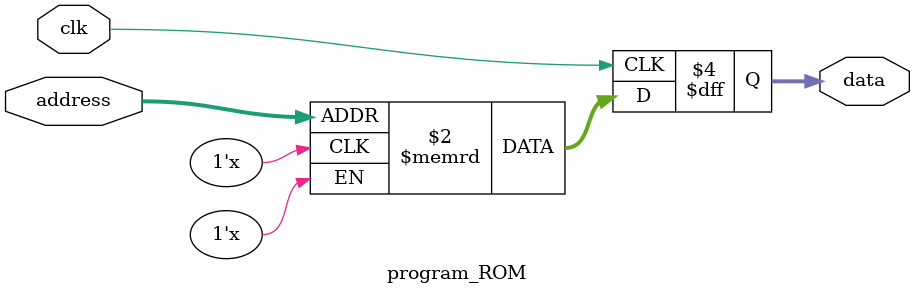
<source format=v>
    module program_ROM #(parameter width = 8,
    parameter depth = 4096,
    parameter filename = "",
    parameter address_width = $clog2(depth))
    (
    input wire clk,
    input wire [address_width-1:0] address,
    output reg [width-1:0] data
    ); 

    reg [width-1:0] memory [0:depth-1];


    initial begin
        if(filename!=0) begin
            $readmemh(filename, memory);
        end
    end

    always @(posedge clk) begin
        data <= memory[address];
    end

    endmodule
</source>
